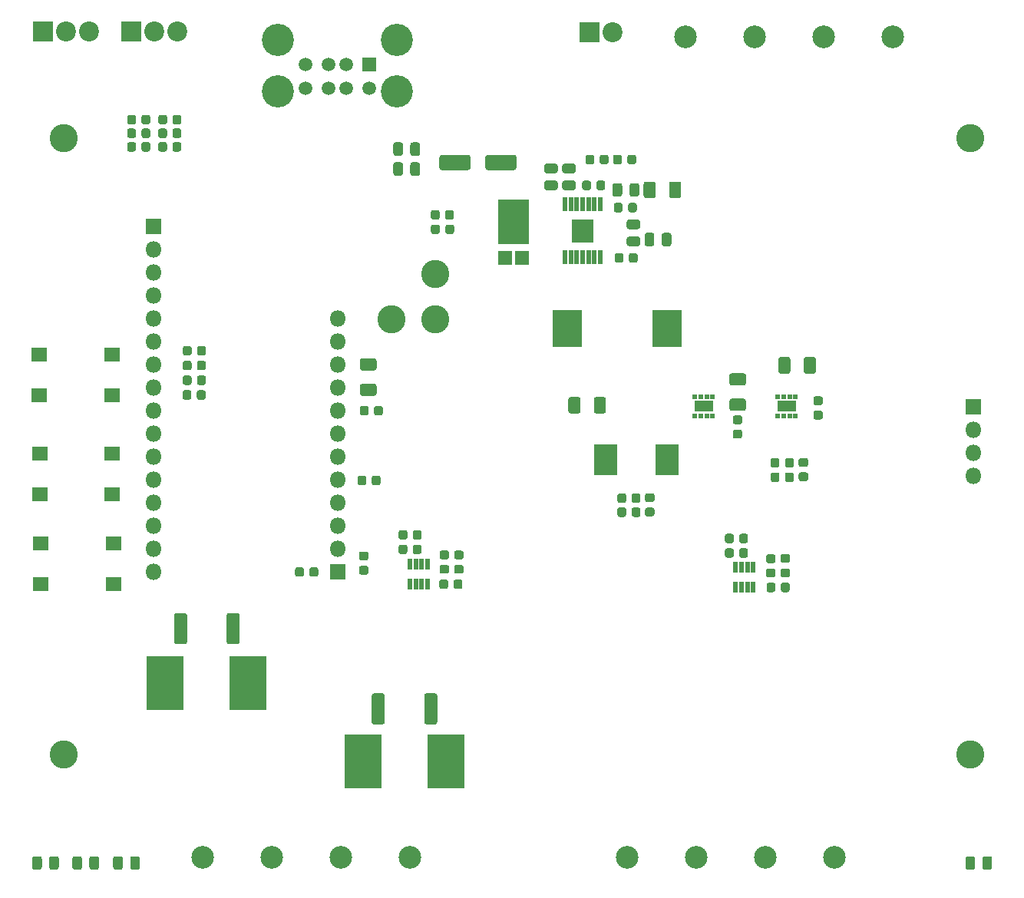
<source format=gbr>
%TF.GenerationSoftware,KiCad,Pcbnew,5.1.6-c6e7f7d~86~ubuntu18.04.1*%
%TF.CreationDate,2020-06-14T11:54:17-05:00*%
%TF.ProjectId,Hydroponics,48796472-6f70-46f6-9e69-63732e6b6963,rev?*%
%TF.SameCoordinates,Original*%
%TF.FileFunction,Soldermask,Top*%
%TF.FilePolarity,Negative*%
%FSLAX46Y46*%
G04 Gerber Fmt 4.6, Leading zero omitted, Abs format (unit mm)*
G04 Created by KiCad (PCBNEW 5.1.6-c6e7f7d~86~ubuntu18.04.1) date 2020-06-14 11:54:17*
%MOMM*%
%LPD*%
G01*
G04 APERTURE LIST*
%ADD10R,1.700000X1.500000*%
%ADD11O,1.800000X1.800000*%
%ADD12R,1.800000X1.800000*%
%ADD13R,4.040000X5.940000*%
%ADD14C,3.100000*%
%ADD15R,1.490000X1.500000*%
%ADD16R,3.460000X4.960000*%
%ADD17C,3.550000*%
%ADD18C,1.500000*%
%ADD19R,1.500000X1.500000*%
%ADD20C,2.200000*%
%ADD21R,2.200000X2.200000*%
%ADD22R,3.300000X4.100000*%
%ADD23R,2.100000X1.300000*%
%ADD24R,0.510000X0.610000*%
%ADD25R,2.600000X3.400000*%
%ADD26C,2.500000*%
%ADD27R,0.500000X1.160000*%
%ADD28R,2.410000X2.560000*%
%ADD29R,0.550000X1.575000*%
G04 APERTURE END LIST*
D10*
%TO.C,S2*%
X10327000Y-44402900D03*
X2327000Y-44402900D03*
X10327000Y-39902900D03*
X2327000Y-39902900D03*
%TD*%
D11*
%TO.C,J4*%
X35240000Y-35910000D03*
X35240000Y-38450000D03*
X35240000Y-40990000D03*
X35240000Y-43530000D03*
X35240000Y-46070000D03*
X35240000Y-48610000D03*
X35240000Y-51150000D03*
X35240000Y-53690000D03*
X35240000Y-56230000D03*
X35240000Y-58770000D03*
X35240000Y-61310000D03*
D12*
X35240000Y-63850000D03*
%TD*%
%TO.C,R38*%
G36*
G01*
X22975000Y-71606482D02*
X22975000Y-68693518D01*
G75*
G02*
X23243518Y-68425000I268518J0D01*
G01*
X24156482Y-68425000D01*
G75*
G02*
X24425000Y-68693518I0J-268518D01*
G01*
X24425000Y-71606482D01*
G75*
G02*
X24156482Y-71875000I-268518J0D01*
G01*
X23243518Y-71875000D01*
G75*
G02*
X22975000Y-71606482I0J268518D01*
G01*
G37*
G36*
G01*
X17175000Y-71606482D02*
X17175000Y-68693518D01*
G75*
G02*
X17443518Y-68425000I268518J0D01*
G01*
X18356482Y-68425000D01*
G75*
G02*
X18625000Y-68693518I0J-268518D01*
G01*
X18625000Y-71606482D01*
G75*
G02*
X18356482Y-71875000I-268518J0D01*
G01*
X17443518Y-71875000D01*
G75*
G02*
X17175000Y-71606482I0J268518D01*
G01*
G37*
%TD*%
D13*
%TO.C,R37*%
X25300000Y-76150000D03*
X16150000Y-76150000D03*
%TD*%
%TO.C,R29*%
X47150000Y-84750000D03*
X38000000Y-84750000D03*
%TD*%
D14*
%TO.C,TP3*%
X46000000Y-31000000D03*
%TD*%
%TO.C,TP2*%
X46000000Y-36000000D03*
%TD*%
%TO.C,TP1*%
X41200000Y-36000000D03*
%TD*%
D15*
%TO.C,D6*%
X55570000Y-29237000D03*
X53730000Y-29237000D03*
D16*
X54650000Y-25255000D03*
%TD*%
D17*
%TO.C,J6*%
X41780000Y-10850000D03*
X28640000Y-10850000D03*
X28640000Y-5170000D03*
X41780000Y-5170000D03*
D18*
X38710000Y-10500000D03*
X36210000Y-10500000D03*
X34210000Y-10500000D03*
X31710000Y-10500000D03*
X31710000Y-7880000D03*
X34210000Y-7880000D03*
X36210000Y-7880000D03*
D19*
X38710000Y-7880000D03*
%TD*%
D14*
%TO.C,H4*%
X105000000Y-84000000D03*
%TD*%
%TO.C,H3*%
X5000000Y-84000000D03*
%TD*%
%TO.C,H2*%
X105000000Y-16000000D03*
%TD*%
%TO.C,H1*%
X5000000Y-16000000D03*
%TD*%
%TO.C,R24*%
G36*
G01*
X16412500Y-16718750D02*
X16412500Y-17281250D01*
G75*
G02*
X16168750Y-17525000I-243750J0D01*
G01*
X15681250Y-17525000D01*
G75*
G02*
X15437500Y-17281250I0J243750D01*
G01*
X15437500Y-16718750D01*
G75*
G02*
X15681250Y-16475000I243750J0D01*
G01*
X16168750Y-16475000D01*
G75*
G02*
X16412500Y-16718750I0J-243750D01*
G01*
G37*
G36*
G01*
X17987500Y-16718750D02*
X17987500Y-17281250D01*
G75*
G02*
X17743750Y-17525000I-243750J0D01*
G01*
X17256250Y-17525000D01*
G75*
G02*
X17012500Y-17281250I0J243750D01*
G01*
X17012500Y-16718750D01*
G75*
G02*
X17256250Y-16475000I243750J0D01*
G01*
X17743750Y-16475000D01*
G75*
G02*
X17987500Y-16718750I0J-243750D01*
G01*
G37*
%TD*%
%TO.C,R23*%
G36*
G01*
X13587500Y-17281250D02*
X13587500Y-16718750D01*
G75*
G02*
X13831250Y-16475000I243750J0D01*
G01*
X14318750Y-16475000D01*
G75*
G02*
X14562500Y-16718750I0J-243750D01*
G01*
X14562500Y-17281250D01*
G75*
G02*
X14318750Y-17525000I-243750J0D01*
G01*
X13831250Y-17525000D01*
G75*
G02*
X13587500Y-17281250I0J243750D01*
G01*
G37*
G36*
G01*
X12012500Y-17281250D02*
X12012500Y-16718750D01*
G75*
G02*
X12256250Y-16475000I243750J0D01*
G01*
X12743750Y-16475000D01*
G75*
G02*
X12987500Y-16718750I0J-243750D01*
G01*
X12987500Y-17281250D01*
G75*
G02*
X12743750Y-17525000I-243750J0D01*
G01*
X12256250Y-17525000D01*
G75*
G02*
X12012500Y-17281250I0J243750D01*
G01*
G37*
%TD*%
%TO.C,R22*%
G36*
G01*
X16412500Y-15218750D02*
X16412500Y-15781250D01*
G75*
G02*
X16168750Y-16025000I-243750J0D01*
G01*
X15681250Y-16025000D01*
G75*
G02*
X15437500Y-15781250I0J243750D01*
G01*
X15437500Y-15218750D01*
G75*
G02*
X15681250Y-14975000I243750J0D01*
G01*
X16168750Y-14975000D01*
G75*
G02*
X16412500Y-15218750I0J-243750D01*
G01*
G37*
G36*
G01*
X17987500Y-15218750D02*
X17987500Y-15781250D01*
G75*
G02*
X17743750Y-16025000I-243750J0D01*
G01*
X17256250Y-16025000D01*
G75*
G02*
X17012500Y-15781250I0J243750D01*
G01*
X17012500Y-15218750D01*
G75*
G02*
X17256250Y-14975000I243750J0D01*
G01*
X17743750Y-14975000D01*
G75*
G02*
X17987500Y-15218750I0J-243750D01*
G01*
G37*
%TD*%
%TO.C,R21*%
G36*
G01*
X13587500Y-15781250D02*
X13587500Y-15218750D01*
G75*
G02*
X13831250Y-14975000I243750J0D01*
G01*
X14318750Y-14975000D01*
G75*
G02*
X14562500Y-15218750I0J-243750D01*
G01*
X14562500Y-15781250D01*
G75*
G02*
X14318750Y-16025000I-243750J0D01*
G01*
X13831250Y-16025000D01*
G75*
G02*
X13587500Y-15781250I0J243750D01*
G01*
G37*
G36*
G01*
X12012500Y-15781250D02*
X12012500Y-15218750D01*
G75*
G02*
X12256250Y-14975000I243750J0D01*
G01*
X12743750Y-14975000D01*
G75*
G02*
X12987500Y-15218750I0J-243750D01*
G01*
X12987500Y-15781250D01*
G75*
G02*
X12743750Y-16025000I-243750J0D01*
G01*
X12256250Y-16025000D01*
G75*
G02*
X12012500Y-15781250I0J243750D01*
G01*
G37*
%TD*%
%TO.C,R20*%
G36*
G01*
X16412500Y-13718750D02*
X16412500Y-14281250D01*
G75*
G02*
X16168750Y-14525000I-243750J0D01*
G01*
X15681250Y-14525000D01*
G75*
G02*
X15437500Y-14281250I0J243750D01*
G01*
X15437500Y-13718750D01*
G75*
G02*
X15681250Y-13475000I243750J0D01*
G01*
X16168750Y-13475000D01*
G75*
G02*
X16412500Y-13718750I0J-243750D01*
G01*
G37*
G36*
G01*
X17987500Y-13718750D02*
X17987500Y-14281250D01*
G75*
G02*
X17743750Y-14525000I-243750J0D01*
G01*
X17256250Y-14525000D01*
G75*
G02*
X17012500Y-14281250I0J243750D01*
G01*
X17012500Y-13718750D01*
G75*
G02*
X17256250Y-13475000I243750J0D01*
G01*
X17743750Y-13475000D01*
G75*
G02*
X17987500Y-13718750I0J-243750D01*
G01*
G37*
%TD*%
%TO.C,R19*%
G36*
G01*
X13587500Y-14281250D02*
X13587500Y-13718750D01*
G75*
G02*
X13831250Y-13475000I243750J0D01*
G01*
X14318750Y-13475000D01*
G75*
G02*
X14562500Y-13718750I0J-243750D01*
G01*
X14562500Y-14281250D01*
G75*
G02*
X14318750Y-14525000I-243750J0D01*
G01*
X13831250Y-14525000D01*
G75*
G02*
X13587500Y-14281250I0J243750D01*
G01*
G37*
G36*
G01*
X12012500Y-14281250D02*
X12012500Y-13718750D01*
G75*
G02*
X12256250Y-13475000I243750J0D01*
G01*
X12743750Y-13475000D01*
G75*
G02*
X12987500Y-13718750I0J-243750D01*
G01*
X12987500Y-14281250D01*
G75*
G02*
X12743750Y-14525000I-243750J0D01*
G01*
X12256250Y-14525000D01*
G75*
G02*
X12012500Y-14281250I0J243750D01*
G01*
G37*
%TD*%
D20*
%TO.C,J9*%
X17580000Y-4250000D03*
X15040000Y-4250000D03*
D21*
X12500000Y-4250000D03*
%TD*%
%TO.C,C7*%
G36*
G01*
X49875000Y-18140625D02*
X49875000Y-19309375D01*
G75*
G02*
X49609375Y-19575000I-265625J0D01*
G01*
X46715625Y-19575000D01*
G75*
G02*
X46450000Y-19309375I0J265625D01*
G01*
X46450000Y-18140625D01*
G75*
G02*
X46715625Y-17875000I265625J0D01*
G01*
X49609375Y-17875000D01*
G75*
G02*
X49875000Y-18140625I0J-265625D01*
G01*
G37*
G36*
G01*
X54950000Y-18140625D02*
X54950000Y-19309375D01*
G75*
G02*
X54684375Y-19575000I-265625J0D01*
G01*
X51790625Y-19575000D01*
G75*
G02*
X51525000Y-19309375I0J265625D01*
G01*
X51525000Y-18140625D01*
G75*
G02*
X51790625Y-17875000I265625J0D01*
G01*
X54684375Y-17875000D01*
G75*
G02*
X54950000Y-18140625I0J-265625D01*
G01*
G37*
%TD*%
D22*
%TO.C,L1*%
X60575000Y-37075000D03*
X71575000Y-37075000D03*
%TD*%
%TO.C,R36*%
G36*
G01*
X47100000Y-26381250D02*
X47100000Y-25818750D01*
G75*
G02*
X47343750Y-25575000I243750J0D01*
G01*
X47831250Y-25575000D01*
G75*
G02*
X48075000Y-25818750I0J-243750D01*
G01*
X48075000Y-26381250D01*
G75*
G02*
X47831250Y-26625000I-243750J0D01*
G01*
X47343750Y-26625000D01*
G75*
G02*
X47100000Y-26381250I0J243750D01*
G01*
G37*
G36*
G01*
X45525000Y-26381250D02*
X45525000Y-25818750D01*
G75*
G02*
X45768750Y-25575000I243750J0D01*
G01*
X46256250Y-25575000D01*
G75*
G02*
X46500000Y-25818750I0J-243750D01*
G01*
X46500000Y-26381250D01*
G75*
G02*
X46256250Y-26625000I-243750J0D01*
G01*
X45768750Y-26625000D01*
G75*
G02*
X45525000Y-26381250I0J243750D01*
G01*
G37*
%TD*%
%TO.C,R35*%
G36*
G01*
X47087500Y-24781250D02*
X47087500Y-24218750D01*
G75*
G02*
X47331250Y-23975000I243750J0D01*
G01*
X47818750Y-23975000D01*
G75*
G02*
X48062500Y-24218750I0J-243750D01*
G01*
X48062500Y-24781250D01*
G75*
G02*
X47818750Y-25025000I-243750J0D01*
G01*
X47331250Y-25025000D01*
G75*
G02*
X47087500Y-24781250I0J243750D01*
G01*
G37*
G36*
G01*
X45512500Y-24781250D02*
X45512500Y-24218750D01*
G75*
G02*
X45756250Y-23975000I243750J0D01*
G01*
X46243750Y-23975000D01*
G75*
G02*
X46487500Y-24218750I0J-243750D01*
G01*
X46487500Y-24781250D01*
G75*
G02*
X46243750Y-25025000I-243750J0D01*
G01*
X45756250Y-25025000D01*
G75*
G02*
X45512500Y-24781250I0J243750D01*
G01*
G37*
%TD*%
D20*
%TO.C,J10*%
X65540000Y-4350000D03*
D21*
X63000000Y-4350000D03*
%TD*%
%TO.C,D8*%
G36*
G01*
X43237500Y-17731250D02*
X43237500Y-16768750D01*
G75*
G02*
X43506250Y-16500000I268750J0D01*
G01*
X44043750Y-16500000D01*
G75*
G02*
X44312500Y-16768750I0J-268750D01*
G01*
X44312500Y-17731250D01*
G75*
G02*
X44043750Y-18000000I-268750J0D01*
G01*
X43506250Y-18000000D01*
G75*
G02*
X43237500Y-17731250I0J268750D01*
G01*
G37*
G36*
G01*
X41362500Y-17731250D02*
X41362500Y-16768750D01*
G75*
G02*
X41631250Y-16500000I268750J0D01*
G01*
X42168750Y-16500000D01*
G75*
G02*
X42437500Y-16768750I0J-268750D01*
G01*
X42437500Y-17731250D01*
G75*
G02*
X42168750Y-18000000I-268750J0D01*
G01*
X41631250Y-18000000D01*
G75*
G02*
X41362500Y-17731250I0J268750D01*
G01*
G37*
%TD*%
%TO.C,D7*%
G36*
G01*
X43237500Y-19931250D02*
X43237500Y-18968750D01*
G75*
G02*
X43506250Y-18700000I268750J0D01*
G01*
X44043750Y-18700000D01*
G75*
G02*
X44312500Y-18968750I0J-268750D01*
G01*
X44312500Y-19931250D01*
G75*
G02*
X44043750Y-20200000I-268750J0D01*
G01*
X43506250Y-20200000D01*
G75*
G02*
X43237500Y-19931250I0J268750D01*
G01*
G37*
G36*
G01*
X41362500Y-19931250D02*
X41362500Y-18968750D01*
G75*
G02*
X41631250Y-18700000I268750J0D01*
G01*
X42168750Y-18700000D01*
G75*
G02*
X42437500Y-18968750I0J-268750D01*
G01*
X42437500Y-19931250D01*
G75*
G02*
X42168750Y-20200000I-268750J0D01*
G01*
X41631250Y-20200000D01*
G75*
G02*
X41362500Y-19931250I0J268750D01*
G01*
G37*
%TD*%
D10*
%TO.C,S3*%
X2479400Y-60729100D03*
X10479400Y-60729100D03*
X2479400Y-65229100D03*
X10479400Y-65229100D03*
%TD*%
%TO.C,S1*%
X2377800Y-50864100D03*
X10377800Y-50864100D03*
X2377800Y-55364100D03*
X10377800Y-55364100D03*
%TD*%
%TO.C,R13*%
G36*
G01*
X19716400Y-43025250D02*
X19716400Y-42462750D01*
G75*
G02*
X19960150Y-42219000I243750J0D01*
G01*
X20447650Y-42219000D01*
G75*
G02*
X20691400Y-42462750I0J-243750D01*
G01*
X20691400Y-43025250D01*
G75*
G02*
X20447650Y-43269000I-243750J0D01*
G01*
X19960150Y-43269000D01*
G75*
G02*
X19716400Y-43025250I0J243750D01*
G01*
G37*
G36*
G01*
X18141400Y-43025250D02*
X18141400Y-42462750D01*
G75*
G02*
X18385150Y-42219000I243750J0D01*
G01*
X18872650Y-42219000D01*
G75*
G02*
X19116400Y-42462750I0J-243750D01*
G01*
X19116400Y-43025250D01*
G75*
G02*
X18872650Y-43269000I-243750J0D01*
G01*
X18385150Y-43269000D01*
G75*
G02*
X18141400Y-43025250I0J243750D01*
G01*
G37*
%TD*%
%TO.C,R11*%
G36*
G01*
X19690900Y-44650850D02*
X19690900Y-44088350D01*
G75*
G02*
X19934650Y-43844600I243750J0D01*
G01*
X20422150Y-43844600D01*
G75*
G02*
X20665900Y-44088350I0J-243750D01*
G01*
X20665900Y-44650850D01*
G75*
G02*
X20422150Y-44894600I-243750J0D01*
G01*
X19934650Y-44894600D01*
G75*
G02*
X19690900Y-44650850I0J243750D01*
G01*
G37*
G36*
G01*
X18115900Y-44650850D02*
X18115900Y-44088350D01*
G75*
G02*
X18359650Y-43844600I243750J0D01*
G01*
X18847150Y-43844600D01*
G75*
G02*
X19090900Y-44088350I0J-243750D01*
G01*
X19090900Y-44650850D01*
G75*
G02*
X18847150Y-44894600I-243750J0D01*
G01*
X18359650Y-44894600D01*
G75*
G02*
X18115900Y-44650850I0J243750D01*
G01*
G37*
%TD*%
%TO.C,R10*%
G36*
G01*
X19716400Y-41399650D02*
X19716400Y-40837150D01*
G75*
G02*
X19960150Y-40593400I243750J0D01*
G01*
X20447650Y-40593400D01*
G75*
G02*
X20691400Y-40837150I0J-243750D01*
G01*
X20691400Y-41399650D01*
G75*
G02*
X20447650Y-41643400I-243750J0D01*
G01*
X19960150Y-41643400D01*
G75*
G02*
X19716400Y-41399650I0J243750D01*
G01*
G37*
G36*
G01*
X18141400Y-41399650D02*
X18141400Y-40837150D01*
G75*
G02*
X18385150Y-40593400I243750J0D01*
G01*
X18872650Y-40593400D01*
G75*
G02*
X19116400Y-40837150I0J-243750D01*
G01*
X19116400Y-41399650D01*
G75*
G02*
X18872650Y-41643400I-243750J0D01*
G01*
X18385150Y-41643400D01*
G75*
G02*
X18141400Y-41399650I0J243750D01*
G01*
G37*
%TD*%
%TO.C,R8*%
G36*
G01*
X19716400Y-39774050D02*
X19716400Y-39211550D01*
G75*
G02*
X19960150Y-38967800I243750J0D01*
G01*
X20447650Y-38967800D01*
G75*
G02*
X20691400Y-39211550I0J-243750D01*
G01*
X20691400Y-39774050D01*
G75*
G02*
X20447650Y-40017800I-243750J0D01*
G01*
X19960150Y-40017800D01*
G75*
G02*
X19716400Y-39774050I0J243750D01*
G01*
G37*
G36*
G01*
X18141400Y-39774050D02*
X18141400Y-39211550D01*
G75*
G02*
X18385150Y-38967800I243750J0D01*
G01*
X18872650Y-38967800D01*
G75*
G02*
X19116400Y-39211550I0J-243750D01*
G01*
X19116400Y-39774050D01*
G75*
G02*
X18872650Y-40017800I-243750J0D01*
G01*
X18385150Y-40017800D01*
G75*
G02*
X18141400Y-39774050I0J243750D01*
G01*
G37*
%TD*%
%TO.C,D5*%
G36*
G01*
X12337500Y-96481250D02*
X12337500Y-95518750D01*
G75*
G02*
X12606250Y-95250000I268750J0D01*
G01*
X13143750Y-95250000D01*
G75*
G02*
X13412500Y-95518750I0J-268750D01*
G01*
X13412500Y-96481250D01*
G75*
G02*
X13143750Y-96750000I-268750J0D01*
G01*
X12606250Y-96750000D01*
G75*
G02*
X12337500Y-96481250I0J268750D01*
G01*
G37*
G36*
G01*
X10462500Y-96481250D02*
X10462500Y-95518750D01*
G75*
G02*
X10731250Y-95250000I268750J0D01*
G01*
X11268750Y-95250000D01*
G75*
G02*
X11537500Y-95518750I0J-268750D01*
G01*
X11537500Y-96481250D01*
G75*
G02*
X11268750Y-96750000I-268750J0D01*
G01*
X10731250Y-96750000D01*
G75*
G02*
X10462500Y-96481250I0J268750D01*
G01*
G37*
%TD*%
%TO.C,D4*%
G36*
G01*
X106337500Y-96481250D02*
X106337500Y-95518750D01*
G75*
G02*
X106606250Y-95250000I268750J0D01*
G01*
X107143750Y-95250000D01*
G75*
G02*
X107412500Y-95518750I0J-268750D01*
G01*
X107412500Y-96481250D01*
G75*
G02*
X107143750Y-96750000I-268750J0D01*
G01*
X106606250Y-96750000D01*
G75*
G02*
X106337500Y-96481250I0J268750D01*
G01*
G37*
G36*
G01*
X104462500Y-96481250D02*
X104462500Y-95518750D01*
G75*
G02*
X104731250Y-95250000I268750J0D01*
G01*
X105268750Y-95250000D01*
G75*
G02*
X105537500Y-95518750I0J-268750D01*
G01*
X105537500Y-96481250D01*
G75*
G02*
X105268750Y-96750000I-268750J0D01*
G01*
X104731250Y-96750000D01*
G75*
G02*
X104462500Y-96481250I0J268750D01*
G01*
G37*
%TD*%
%TO.C,D3*%
G36*
G01*
X7837500Y-96481250D02*
X7837500Y-95518750D01*
G75*
G02*
X8106250Y-95250000I268750J0D01*
G01*
X8643750Y-95250000D01*
G75*
G02*
X8912500Y-95518750I0J-268750D01*
G01*
X8912500Y-96481250D01*
G75*
G02*
X8643750Y-96750000I-268750J0D01*
G01*
X8106250Y-96750000D01*
G75*
G02*
X7837500Y-96481250I0J268750D01*
G01*
G37*
G36*
G01*
X5962500Y-96481250D02*
X5962500Y-95518750D01*
G75*
G02*
X6231250Y-95250000I268750J0D01*
G01*
X6768750Y-95250000D01*
G75*
G02*
X7037500Y-95518750I0J-268750D01*
G01*
X7037500Y-96481250D01*
G75*
G02*
X6768750Y-96750000I-268750J0D01*
G01*
X6231250Y-96750000D01*
G75*
G02*
X5962500Y-96481250I0J268750D01*
G01*
G37*
%TD*%
%TO.C,D2*%
G36*
G01*
X3400000Y-96481250D02*
X3400000Y-95518750D01*
G75*
G02*
X3668750Y-95250000I268750J0D01*
G01*
X4206250Y-95250000D01*
G75*
G02*
X4475000Y-95518750I0J-268750D01*
G01*
X4475000Y-96481250D01*
G75*
G02*
X4206250Y-96750000I-268750J0D01*
G01*
X3668750Y-96750000D01*
G75*
G02*
X3400000Y-96481250I0J268750D01*
G01*
G37*
G36*
G01*
X1525000Y-96481250D02*
X1525000Y-95518750D01*
G75*
G02*
X1793750Y-95250000I268750J0D01*
G01*
X2331250Y-95250000D01*
G75*
G02*
X2600000Y-95518750I0J-268750D01*
G01*
X2600000Y-96481250D01*
G75*
G02*
X2331250Y-96750000I-268750J0D01*
G01*
X1793750Y-96750000D01*
G75*
G02*
X1525000Y-96481250I0J268750D01*
G01*
G37*
%TD*%
D23*
%TO.C,IC2*%
X75600000Y-45600000D03*
D24*
X76575000Y-46650000D03*
X75925000Y-46650000D03*
X75275000Y-46650000D03*
X74625000Y-46650000D03*
X74625000Y-44550000D03*
X75275000Y-44550000D03*
X75925000Y-44550000D03*
X76575000Y-44550000D03*
%TD*%
D23*
%TO.C,IC1*%
X84750000Y-45600000D03*
D24*
X85725000Y-46650000D03*
X85075000Y-46650000D03*
X84425000Y-46650000D03*
X83775000Y-46650000D03*
X83775000Y-44550000D03*
X84425000Y-44550000D03*
X85075000Y-44550000D03*
X85725000Y-44550000D03*
%TD*%
D25*
%TO.C,D1*%
X71550000Y-51550000D03*
X64750000Y-51550000D03*
%TD*%
D11*
%TO.C,U1*%
X105370000Y-53285000D03*
X105370000Y-50745000D03*
X105370000Y-48205000D03*
D12*
X105370000Y-45665000D03*
%TD*%
D26*
%TO.C,J2*%
X96450000Y-4850000D03*
X88830000Y-4850000D03*
X81210000Y-4850000D03*
X73590000Y-4850000D03*
%TD*%
D20*
%TO.C,J8*%
X7830000Y-4250000D03*
X5290000Y-4250000D03*
D21*
X2750000Y-4250000D03*
%TD*%
D26*
%TO.C,J1*%
X43180000Y-95340000D03*
X35560000Y-95340000D03*
X27940000Y-95340000D03*
X20320000Y-95340000D03*
%TD*%
%TO.C,J5*%
X67120000Y-95340000D03*
X74740000Y-95340000D03*
X82360000Y-95340000D03*
X89980000Y-95340000D03*
%TD*%
%TO.C,R18*%
G36*
G01*
X66575000Y-18118750D02*
X66575000Y-18681250D01*
G75*
G02*
X66331250Y-18925000I-243750J0D01*
G01*
X65843750Y-18925000D01*
G75*
G02*
X65600000Y-18681250I0J243750D01*
G01*
X65600000Y-18118750D01*
G75*
G02*
X65843750Y-17875000I243750J0D01*
G01*
X66331250Y-17875000D01*
G75*
G02*
X66575000Y-18118750I0J-243750D01*
G01*
G37*
G36*
G01*
X68150000Y-18118750D02*
X68150000Y-18681250D01*
G75*
G02*
X67906250Y-18925000I-243750J0D01*
G01*
X67418750Y-18925000D01*
G75*
G02*
X67175000Y-18681250I0J243750D01*
G01*
X67175000Y-18118750D01*
G75*
G02*
X67418750Y-17875000I243750J0D01*
G01*
X67906250Y-17875000D01*
G75*
G02*
X68150000Y-18118750I0J-243750D01*
G01*
G37*
%TD*%
%TO.C,R14*%
G36*
G01*
X63537500Y-18118750D02*
X63537500Y-18681250D01*
G75*
G02*
X63293750Y-18925000I-243750J0D01*
G01*
X62806250Y-18925000D01*
G75*
G02*
X62562500Y-18681250I0J243750D01*
G01*
X62562500Y-18118750D01*
G75*
G02*
X62806250Y-17875000I243750J0D01*
G01*
X63293750Y-17875000D01*
G75*
G02*
X63537500Y-18118750I0J-243750D01*
G01*
G37*
G36*
G01*
X65112500Y-18118750D02*
X65112500Y-18681250D01*
G75*
G02*
X64868750Y-18925000I-243750J0D01*
G01*
X64381250Y-18925000D01*
G75*
G02*
X64137500Y-18681250I0J243750D01*
G01*
X64137500Y-18118750D01*
G75*
G02*
X64381250Y-17875000I243750J0D01*
G01*
X64868750Y-17875000D01*
G75*
G02*
X65112500Y-18118750I0J-243750D01*
G01*
G37*
%TD*%
%TO.C,R15*%
G36*
G01*
X63162500Y-20968750D02*
X63162500Y-21531250D01*
G75*
G02*
X62918750Y-21775000I-243750J0D01*
G01*
X62431250Y-21775000D01*
G75*
G02*
X62187500Y-21531250I0J243750D01*
G01*
X62187500Y-20968750D01*
G75*
G02*
X62431250Y-20725000I243750J0D01*
G01*
X62918750Y-20725000D01*
G75*
G02*
X63162500Y-20968750I0J-243750D01*
G01*
G37*
G36*
G01*
X64737500Y-20968750D02*
X64737500Y-21531250D01*
G75*
G02*
X64493750Y-21775000I-243750J0D01*
G01*
X64006250Y-21775000D01*
G75*
G02*
X63762500Y-21531250I0J243750D01*
G01*
X63762500Y-20968750D01*
G75*
G02*
X64006250Y-20725000I243750J0D01*
G01*
X64493750Y-20725000D01*
G75*
G02*
X64737500Y-20968750I0J-243750D01*
G01*
G37*
%TD*%
%TO.C,R16*%
G36*
G01*
X66662500Y-23418750D02*
X66662500Y-23981250D01*
G75*
G02*
X66418750Y-24225000I-243750J0D01*
G01*
X65931250Y-24225000D01*
G75*
G02*
X65687500Y-23981250I0J243750D01*
G01*
X65687500Y-23418750D01*
G75*
G02*
X65931250Y-23175000I243750J0D01*
G01*
X66418750Y-23175000D01*
G75*
G02*
X66662500Y-23418750I0J-243750D01*
G01*
G37*
G36*
G01*
X68237500Y-23418750D02*
X68237500Y-23981250D01*
G75*
G02*
X67993750Y-24225000I-243750J0D01*
G01*
X67506250Y-24225000D01*
G75*
G02*
X67262500Y-23981250I0J243750D01*
G01*
X67262500Y-23418750D01*
G75*
G02*
X67506250Y-23175000I243750J0D01*
G01*
X67993750Y-23175000D01*
G75*
G02*
X68237500Y-23418750I0J-243750D01*
G01*
G37*
%TD*%
%TO.C,R12*%
G36*
G01*
X69368750Y-56787500D02*
X69931250Y-56787500D01*
G75*
G02*
X70175000Y-57031250I0J-243750D01*
G01*
X70175000Y-57518750D01*
G75*
G02*
X69931250Y-57762500I-243750J0D01*
G01*
X69368750Y-57762500D01*
G75*
G02*
X69125000Y-57518750I0J243750D01*
G01*
X69125000Y-57031250D01*
G75*
G02*
X69368750Y-56787500I243750J0D01*
G01*
G37*
G36*
G01*
X69368750Y-55212500D02*
X69931250Y-55212500D01*
G75*
G02*
X70175000Y-55456250I0J-243750D01*
G01*
X70175000Y-55943750D01*
G75*
G02*
X69931250Y-56187500I-243750J0D01*
G01*
X69368750Y-56187500D01*
G75*
G02*
X69125000Y-55943750I0J243750D01*
G01*
X69125000Y-55456250D01*
G75*
G02*
X69368750Y-55212500I243750J0D01*
G01*
G37*
%TD*%
%TO.C,R7*%
G36*
G01*
X67662500Y-56031250D02*
X67662500Y-55468750D01*
G75*
G02*
X67906250Y-55225000I243750J0D01*
G01*
X68393750Y-55225000D01*
G75*
G02*
X68637500Y-55468750I0J-243750D01*
G01*
X68637500Y-56031250D01*
G75*
G02*
X68393750Y-56275000I-243750J0D01*
G01*
X67906250Y-56275000D01*
G75*
G02*
X67662500Y-56031250I0J243750D01*
G01*
G37*
G36*
G01*
X66087500Y-56031250D02*
X66087500Y-55468750D01*
G75*
G02*
X66331250Y-55225000I243750J0D01*
G01*
X66818750Y-55225000D01*
G75*
G02*
X67062500Y-55468750I0J-243750D01*
G01*
X67062500Y-56031250D01*
G75*
G02*
X66818750Y-56275000I-243750J0D01*
G01*
X66331250Y-56275000D01*
G75*
G02*
X66087500Y-56031250I0J243750D01*
G01*
G37*
%TD*%
%TO.C,R6*%
G36*
G01*
X67050000Y-57018750D02*
X67050000Y-57581250D01*
G75*
G02*
X66806250Y-57825000I-243750J0D01*
G01*
X66318750Y-57825000D01*
G75*
G02*
X66075000Y-57581250I0J243750D01*
G01*
X66075000Y-57018750D01*
G75*
G02*
X66318750Y-56775000I243750J0D01*
G01*
X66806250Y-56775000D01*
G75*
G02*
X67050000Y-57018750I0J-243750D01*
G01*
G37*
G36*
G01*
X68625000Y-57018750D02*
X68625000Y-57581250D01*
G75*
G02*
X68381250Y-57825000I-243750J0D01*
G01*
X67893750Y-57825000D01*
G75*
G02*
X67650000Y-57581250I0J243750D01*
G01*
X67650000Y-57018750D01*
G75*
G02*
X67893750Y-56775000I243750J0D01*
G01*
X68381250Y-56775000D01*
G75*
G02*
X68625000Y-57018750I0J-243750D01*
G01*
G37*
%TD*%
%TO.C,R17*%
G36*
G01*
X38637500Y-45818750D02*
X38637500Y-46381250D01*
G75*
G02*
X38393750Y-46625000I-243750J0D01*
G01*
X37906250Y-46625000D01*
G75*
G02*
X37662500Y-46381250I0J243750D01*
G01*
X37662500Y-45818750D01*
G75*
G02*
X37906250Y-45575000I243750J0D01*
G01*
X38393750Y-45575000D01*
G75*
G02*
X38637500Y-45818750I0J-243750D01*
G01*
G37*
G36*
G01*
X40212500Y-45818750D02*
X40212500Y-46381250D01*
G75*
G02*
X39968750Y-46625000I-243750J0D01*
G01*
X39481250Y-46625000D01*
G75*
G02*
X39237500Y-46381250I0J243750D01*
G01*
X39237500Y-45818750D01*
G75*
G02*
X39481250Y-45575000I243750J0D01*
G01*
X39968750Y-45575000D01*
G75*
G02*
X40212500Y-45818750I0J-243750D01*
G01*
G37*
%TD*%
%TO.C,R9*%
G36*
G01*
X38387500Y-53518750D02*
X38387500Y-54081250D01*
G75*
G02*
X38143750Y-54325000I-243750J0D01*
G01*
X37656250Y-54325000D01*
G75*
G02*
X37412500Y-54081250I0J243750D01*
G01*
X37412500Y-53518750D01*
G75*
G02*
X37656250Y-53275000I243750J0D01*
G01*
X38143750Y-53275000D01*
G75*
G02*
X38387500Y-53518750I0J-243750D01*
G01*
G37*
G36*
G01*
X39962500Y-53518750D02*
X39962500Y-54081250D01*
G75*
G02*
X39718750Y-54325000I-243750J0D01*
G01*
X39231250Y-54325000D01*
G75*
G02*
X38987500Y-54081250I0J243750D01*
G01*
X38987500Y-53518750D01*
G75*
G02*
X39231250Y-53275000I243750J0D01*
G01*
X39718750Y-53275000D01*
G75*
G02*
X39962500Y-53518750I0J-243750D01*
G01*
G37*
%TD*%
%TO.C,C9*%
G36*
G01*
X60268750Y-20712500D02*
X61231250Y-20712500D01*
G75*
G02*
X61500000Y-20981250I0J-268750D01*
G01*
X61500000Y-21518750D01*
G75*
G02*
X61231250Y-21787500I-268750J0D01*
G01*
X60268750Y-21787500D01*
G75*
G02*
X60000000Y-21518750I0J268750D01*
G01*
X60000000Y-20981250D01*
G75*
G02*
X60268750Y-20712500I268750J0D01*
G01*
G37*
G36*
G01*
X60268750Y-18837500D02*
X61231250Y-18837500D01*
G75*
G02*
X61500000Y-19106250I0J-268750D01*
G01*
X61500000Y-19643750D01*
G75*
G02*
X61231250Y-19912500I-268750J0D01*
G01*
X60268750Y-19912500D01*
G75*
G02*
X60000000Y-19643750I0J268750D01*
G01*
X60000000Y-19106250D01*
G75*
G02*
X60268750Y-18837500I268750J0D01*
G01*
G37*
%TD*%
%TO.C,C8*%
G36*
G01*
X58268750Y-20712500D02*
X59231250Y-20712500D01*
G75*
G02*
X59500000Y-20981250I0J-268750D01*
G01*
X59500000Y-21518750D01*
G75*
G02*
X59231250Y-21787500I-268750J0D01*
G01*
X58268750Y-21787500D01*
G75*
G02*
X58000000Y-21518750I0J268750D01*
G01*
X58000000Y-20981250D01*
G75*
G02*
X58268750Y-20712500I268750J0D01*
G01*
G37*
G36*
G01*
X58268750Y-18837500D02*
X59231250Y-18837500D01*
G75*
G02*
X59500000Y-19106250I0J-268750D01*
G01*
X59500000Y-19643750D01*
G75*
G02*
X59231250Y-19912500I-268750J0D01*
G01*
X58268750Y-19912500D01*
G75*
G02*
X58000000Y-19643750I0J268750D01*
G01*
X58000000Y-19106250D01*
G75*
G02*
X58268750Y-18837500I268750J0D01*
G01*
G37*
%TD*%
%TO.C,C14*%
G36*
G01*
X67368750Y-26887500D02*
X68331250Y-26887500D01*
G75*
G02*
X68600000Y-27156250I0J-268750D01*
G01*
X68600000Y-27693750D01*
G75*
G02*
X68331250Y-27962500I-268750J0D01*
G01*
X67368750Y-27962500D01*
G75*
G02*
X67100000Y-27693750I0J268750D01*
G01*
X67100000Y-27156250D01*
G75*
G02*
X67368750Y-26887500I268750J0D01*
G01*
G37*
G36*
G01*
X67368750Y-25012500D02*
X68331250Y-25012500D01*
G75*
G02*
X68600000Y-25281250I0J-268750D01*
G01*
X68600000Y-25818750D01*
G75*
G02*
X68331250Y-26087500I-268750J0D01*
G01*
X67368750Y-26087500D01*
G75*
G02*
X67100000Y-25818750I0J268750D01*
G01*
X67100000Y-25281250D01*
G75*
G02*
X67368750Y-25012500I268750J0D01*
G01*
G37*
%TD*%
%TO.C,C13*%
G36*
G01*
X67412500Y-22231250D02*
X67412500Y-21268750D01*
G75*
G02*
X67681250Y-21000000I268750J0D01*
G01*
X68218750Y-21000000D01*
G75*
G02*
X68487500Y-21268750I0J-268750D01*
G01*
X68487500Y-22231250D01*
G75*
G02*
X68218750Y-22500000I-268750J0D01*
G01*
X67681250Y-22500000D01*
G75*
G02*
X67412500Y-22231250I0J268750D01*
G01*
G37*
G36*
G01*
X65537500Y-22231250D02*
X65537500Y-21268750D01*
G75*
G02*
X65806250Y-21000000I268750J0D01*
G01*
X66343750Y-21000000D01*
G75*
G02*
X66612500Y-21268750I0J-268750D01*
G01*
X66612500Y-22231250D01*
G75*
G02*
X66343750Y-22500000I-268750J0D01*
G01*
X65806250Y-22500000D01*
G75*
G02*
X65537500Y-22231250I0J268750D01*
G01*
G37*
%TD*%
%TO.C,C4*%
G36*
G01*
X63475000Y-46155000D02*
X63475000Y-44845000D01*
G75*
G02*
X63745000Y-44575000I270000J0D01*
G01*
X64555000Y-44575000D01*
G75*
G02*
X64825000Y-44845000I0J-270000D01*
G01*
X64825000Y-46155000D01*
G75*
G02*
X64555000Y-46425000I-270000J0D01*
G01*
X63745000Y-46425000D01*
G75*
G02*
X63475000Y-46155000I0J270000D01*
G01*
G37*
G36*
G01*
X60675000Y-46155000D02*
X60675000Y-44845000D01*
G75*
G02*
X60945000Y-44575000I270000J0D01*
G01*
X61755000Y-44575000D01*
G75*
G02*
X62025000Y-44845000I0J-270000D01*
G01*
X62025000Y-46155000D01*
G75*
G02*
X61755000Y-46425000I-270000J0D01*
G01*
X60945000Y-46425000D01*
G75*
G02*
X60675000Y-46155000I0J270000D01*
G01*
G37*
%TD*%
%TO.C,C5*%
G36*
G01*
X79606250Y-47600000D02*
X79043750Y-47600000D01*
G75*
G02*
X78800000Y-47356250I0J243750D01*
G01*
X78800000Y-46868750D01*
G75*
G02*
X79043750Y-46625000I243750J0D01*
G01*
X79606250Y-46625000D01*
G75*
G02*
X79850000Y-46868750I0J-243750D01*
G01*
X79850000Y-47356250D01*
G75*
G02*
X79606250Y-47600000I-243750J0D01*
G01*
G37*
G36*
G01*
X79606250Y-49175000D02*
X79043750Y-49175000D01*
G75*
G02*
X78800000Y-48931250I0J243750D01*
G01*
X78800000Y-48443750D01*
G75*
G02*
X79043750Y-48200000I243750J0D01*
G01*
X79606250Y-48200000D01*
G75*
G02*
X79850000Y-48443750I0J-243750D01*
G01*
X79850000Y-48931250D01*
G75*
G02*
X79606250Y-49175000I-243750J0D01*
G01*
G37*
%TD*%
%TO.C,C12*%
G36*
G01*
X67337500Y-29531250D02*
X67337500Y-28968750D01*
G75*
G02*
X67581250Y-28725000I243750J0D01*
G01*
X68068750Y-28725000D01*
G75*
G02*
X68312500Y-28968750I0J-243750D01*
G01*
X68312500Y-29531250D01*
G75*
G02*
X68068750Y-29775000I-243750J0D01*
G01*
X67581250Y-29775000D01*
G75*
G02*
X67337500Y-29531250I0J243750D01*
G01*
G37*
G36*
G01*
X65762500Y-29531250D02*
X65762500Y-28968750D01*
G75*
G02*
X66006250Y-28725000I243750J0D01*
G01*
X66493750Y-28725000D01*
G75*
G02*
X66737500Y-28968750I0J-243750D01*
G01*
X66737500Y-29531250D01*
G75*
G02*
X66493750Y-29775000I-243750J0D01*
G01*
X66006250Y-29775000D01*
G75*
G02*
X65762500Y-29531250I0J243750D01*
G01*
G37*
%TD*%
%TO.C,C11*%
G36*
G01*
X70162500Y-26743750D02*
X70162500Y-27706250D01*
G75*
G02*
X69893750Y-27975000I-268750J0D01*
G01*
X69356250Y-27975000D01*
G75*
G02*
X69087500Y-27706250I0J268750D01*
G01*
X69087500Y-26743750D01*
G75*
G02*
X69356250Y-26475000I268750J0D01*
G01*
X69893750Y-26475000D01*
G75*
G02*
X70162500Y-26743750I0J-268750D01*
G01*
G37*
G36*
G01*
X72037500Y-26743750D02*
X72037500Y-27706250D01*
G75*
G02*
X71768750Y-27975000I-268750J0D01*
G01*
X71231250Y-27975000D01*
G75*
G02*
X70962500Y-27706250I0J268750D01*
G01*
X70962500Y-26743750D01*
G75*
G02*
X71231250Y-26475000I268750J0D01*
G01*
X71768750Y-26475000D01*
G75*
G02*
X72037500Y-26743750I0J-268750D01*
G01*
G37*
%TD*%
%TO.C,C10*%
G36*
G01*
X70325000Y-21095000D02*
X70325000Y-22405000D01*
G75*
G02*
X70055000Y-22675000I-270000J0D01*
G01*
X69245000Y-22675000D01*
G75*
G02*
X68975000Y-22405000I0J270000D01*
G01*
X68975000Y-21095000D01*
G75*
G02*
X69245000Y-20825000I270000J0D01*
G01*
X70055000Y-20825000D01*
G75*
G02*
X70325000Y-21095000I0J-270000D01*
G01*
G37*
G36*
G01*
X73125000Y-21095000D02*
X73125000Y-22405000D01*
G75*
G02*
X72855000Y-22675000I-270000J0D01*
G01*
X72045000Y-22675000D01*
G75*
G02*
X71775000Y-22405000I0J270000D01*
G01*
X71775000Y-21095000D01*
G75*
G02*
X72045000Y-20825000I270000J0D01*
G01*
X72855000Y-20825000D01*
G75*
G02*
X73125000Y-21095000I0J-270000D01*
G01*
G37*
%TD*%
%TO.C,C6*%
G36*
G01*
X78695000Y-44775000D02*
X80005000Y-44775000D01*
G75*
G02*
X80275000Y-45045000I0J-270000D01*
G01*
X80275000Y-45855000D01*
G75*
G02*
X80005000Y-46125000I-270000J0D01*
G01*
X78695000Y-46125000D01*
G75*
G02*
X78425000Y-45855000I0J270000D01*
G01*
X78425000Y-45045000D01*
G75*
G02*
X78695000Y-44775000I270000J0D01*
G01*
G37*
G36*
G01*
X78695000Y-41975000D02*
X80005000Y-41975000D01*
G75*
G02*
X80275000Y-42245000I0J-270000D01*
G01*
X80275000Y-43055000D01*
G75*
G02*
X80005000Y-43325000I-270000J0D01*
G01*
X78695000Y-43325000D01*
G75*
G02*
X78425000Y-43055000I0J270000D01*
G01*
X78425000Y-42245000D01*
G75*
G02*
X78695000Y-41975000I270000J0D01*
G01*
G37*
%TD*%
D27*
%TO.C,U3*%
X43190000Y-63050000D03*
X43840000Y-63050000D03*
X44500000Y-63050000D03*
X45150000Y-63050000D03*
X45150000Y-65250000D03*
X44500000Y-65250000D03*
X43840000Y-65250000D03*
X43190000Y-65250000D03*
%TD*%
%TO.C,R34*%
G36*
G01*
X42912500Y-59518750D02*
X42912500Y-60081250D01*
G75*
G02*
X42668750Y-60325000I-243750J0D01*
G01*
X42181250Y-60325000D01*
G75*
G02*
X41937500Y-60081250I0J243750D01*
G01*
X41937500Y-59518750D01*
G75*
G02*
X42181250Y-59275000I243750J0D01*
G01*
X42668750Y-59275000D01*
G75*
G02*
X42912500Y-59518750I0J-243750D01*
G01*
G37*
G36*
G01*
X44487500Y-59518750D02*
X44487500Y-60081250D01*
G75*
G02*
X44243750Y-60325000I-243750J0D01*
G01*
X43756250Y-60325000D01*
G75*
G02*
X43512500Y-60081250I0J243750D01*
G01*
X43512500Y-59518750D01*
G75*
G02*
X43756250Y-59275000I243750J0D01*
G01*
X44243750Y-59275000D01*
G75*
G02*
X44487500Y-59518750I0J-243750D01*
G01*
G37*
%TD*%
%TO.C,R28*%
G36*
G01*
X48881250Y-62512500D02*
X48318750Y-62512500D01*
G75*
G02*
X48075000Y-62268750I0J243750D01*
G01*
X48075000Y-61781250D01*
G75*
G02*
X48318750Y-61537500I243750J0D01*
G01*
X48881250Y-61537500D01*
G75*
G02*
X49125000Y-61781250I0J-243750D01*
G01*
X49125000Y-62268750D01*
G75*
G02*
X48881250Y-62512500I-243750J0D01*
G01*
G37*
G36*
G01*
X48881250Y-64087500D02*
X48318750Y-64087500D01*
G75*
G02*
X48075000Y-63843750I0J243750D01*
G01*
X48075000Y-63356250D01*
G75*
G02*
X48318750Y-63112500I243750J0D01*
G01*
X48881250Y-63112500D01*
G75*
G02*
X49125000Y-63356250I0J-243750D01*
G01*
X49125000Y-63843750D01*
G75*
G02*
X48881250Y-64087500I-243750J0D01*
G01*
G37*
%TD*%
%TO.C,R33*%
G36*
G01*
X42912500Y-61118750D02*
X42912500Y-61681250D01*
G75*
G02*
X42668750Y-61925000I-243750J0D01*
G01*
X42181250Y-61925000D01*
G75*
G02*
X41937500Y-61681250I0J243750D01*
G01*
X41937500Y-61118750D01*
G75*
G02*
X42181250Y-60875000I243750J0D01*
G01*
X42668750Y-60875000D01*
G75*
G02*
X42912500Y-61118750I0J-243750D01*
G01*
G37*
G36*
G01*
X44487500Y-61118750D02*
X44487500Y-61681250D01*
G75*
G02*
X44243750Y-61925000I-243750J0D01*
G01*
X43756250Y-61925000D01*
G75*
G02*
X43512500Y-61681250I0J243750D01*
G01*
X43512500Y-61118750D01*
G75*
G02*
X43756250Y-60875000I243750J0D01*
G01*
X44243750Y-60875000D01*
G75*
G02*
X44487500Y-61118750I0J-243750D01*
G01*
G37*
%TD*%
%TO.C,R27*%
G36*
G01*
X47281250Y-62512500D02*
X46718750Y-62512500D01*
G75*
G02*
X46475000Y-62268750I0J243750D01*
G01*
X46475000Y-61781250D01*
G75*
G02*
X46718750Y-61537500I243750J0D01*
G01*
X47281250Y-61537500D01*
G75*
G02*
X47525000Y-61781250I0J-243750D01*
G01*
X47525000Y-62268750D01*
G75*
G02*
X47281250Y-62512500I-243750J0D01*
G01*
G37*
G36*
G01*
X47281250Y-64087500D02*
X46718750Y-64087500D01*
G75*
G02*
X46475000Y-63843750I0J243750D01*
G01*
X46475000Y-63356250D01*
G75*
G02*
X46718750Y-63112500I243750J0D01*
G01*
X47281250Y-63112500D01*
G75*
G02*
X47525000Y-63356250I0J-243750D01*
G01*
X47525000Y-63843750D01*
G75*
G02*
X47281250Y-64087500I-243750J0D01*
G01*
G37*
%TD*%
%TO.C,R3*%
G36*
G01*
X86318750Y-51325000D02*
X86881250Y-51325000D01*
G75*
G02*
X87125000Y-51568750I0J-243750D01*
G01*
X87125000Y-52056250D01*
G75*
G02*
X86881250Y-52300000I-243750J0D01*
G01*
X86318750Y-52300000D01*
G75*
G02*
X86075000Y-52056250I0J243750D01*
G01*
X86075000Y-51568750D01*
G75*
G02*
X86318750Y-51325000I243750J0D01*
G01*
G37*
G36*
G01*
X86318750Y-52900000D02*
X86881250Y-52900000D01*
G75*
G02*
X87125000Y-53143750I0J-243750D01*
G01*
X87125000Y-53631250D01*
G75*
G02*
X86881250Y-53875000I-243750J0D01*
G01*
X86318750Y-53875000D01*
G75*
G02*
X86075000Y-53631250I0J243750D01*
G01*
X86075000Y-53143750D01*
G75*
G02*
X86318750Y-52900000I243750J0D01*
G01*
G37*
%TD*%
%TO.C,R2*%
G36*
G01*
X84562500Y-52131250D02*
X84562500Y-51568750D01*
G75*
G02*
X84806250Y-51325000I243750J0D01*
G01*
X85293750Y-51325000D01*
G75*
G02*
X85537500Y-51568750I0J-243750D01*
G01*
X85537500Y-52131250D01*
G75*
G02*
X85293750Y-52375000I-243750J0D01*
G01*
X84806250Y-52375000D01*
G75*
G02*
X84562500Y-52131250I0J243750D01*
G01*
G37*
G36*
G01*
X82987500Y-52131250D02*
X82987500Y-51568750D01*
G75*
G02*
X83231250Y-51325000I243750J0D01*
G01*
X83718750Y-51325000D01*
G75*
G02*
X83962500Y-51568750I0J-243750D01*
G01*
X83962500Y-52131250D01*
G75*
G02*
X83718750Y-52375000I-243750J0D01*
G01*
X83231250Y-52375000D01*
G75*
G02*
X82987500Y-52131250I0J243750D01*
G01*
G37*
%TD*%
%TO.C,R1*%
G36*
G01*
X83962500Y-53168750D02*
X83962500Y-53731250D01*
G75*
G02*
X83718750Y-53975000I-243750J0D01*
G01*
X83231250Y-53975000D01*
G75*
G02*
X82987500Y-53731250I0J243750D01*
G01*
X82987500Y-53168750D01*
G75*
G02*
X83231250Y-52925000I243750J0D01*
G01*
X83718750Y-52925000D01*
G75*
G02*
X83962500Y-53168750I0J-243750D01*
G01*
G37*
G36*
G01*
X85537500Y-53168750D02*
X85537500Y-53731250D01*
G75*
G02*
X85293750Y-53975000I-243750J0D01*
G01*
X84806250Y-53975000D01*
G75*
G02*
X84562500Y-53731250I0J243750D01*
G01*
X84562500Y-53168750D01*
G75*
G02*
X84806250Y-52925000I243750J0D01*
G01*
X85293750Y-52925000D01*
G75*
G02*
X85537500Y-53168750I0J-243750D01*
G01*
G37*
%TD*%
D28*
%TO.C,IC3*%
X62250000Y-26250000D03*
D29*
X60300000Y-23312000D03*
X60950000Y-23312000D03*
X61600000Y-23312000D03*
X62250000Y-23312000D03*
X62900000Y-23312000D03*
X63550000Y-23312000D03*
X64200000Y-23312000D03*
X64200000Y-29188000D03*
X63550000Y-29188000D03*
X62900000Y-29188000D03*
X62250000Y-29188000D03*
X61600000Y-29188000D03*
X60950000Y-29188000D03*
X60300000Y-29188000D03*
%TD*%
%TO.C,C16*%
G36*
G01*
X48012500Y-65531250D02*
X48012500Y-64968750D01*
G75*
G02*
X48256250Y-64725000I243750J0D01*
G01*
X48743750Y-64725000D01*
G75*
G02*
X48987500Y-64968750I0J-243750D01*
G01*
X48987500Y-65531250D01*
G75*
G02*
X48743750Y-65775000I-243750J0D01*
G01*
X48256250Y-65775000D01*
G75*
G02*
X48012500Y-65531250I0J243750D01*
G01*
G37*
G36*
G01*
X46437500Y-65531250D02*
X46437500Y-64968750D01*
G75*
G02*
X46681250Y-64725000I243750J0D01*
G01*
X47168750Y-64725000D01*
G75*
G02*
X47412500Y-64968750I0J-243750D01*
G01*
X47412500Y-65531250D01*
G75*
G02*
X47168750Y-65775000I-243750J0D01*
G01*
X46681250Y-65775000D01*
G75*
G02*
X46437500Y-65531250I0J243750D01*
G01*
G37*
%TD*%
%TO.C,C1*%
G36*
G01*
X37945000Y-43125000D02*
X39255000Y-43125000D01*
G75*
G02*
X39525000Y-43395000I0J-270000D01*
G01*
X39525000Y-44205000D01*
G75*
G02*
X39255000Y-44475000I-270000J0D01*
G01*
X37945000Y-44475000D01*
G75*
G02*
X37675000Y-44205000I0J270000D01*
G01*
X37675000Y-43395000D01*
G75*
G02*
X37945000Y-43125000I270000J0D01*
G01*
G37*
G36*
G01*
X37945000Y-40325000D02*
X39255000Y-40325000D01*
G75*
G02*
X39525000Y-40595000I0J-270000D01*
G01*
X39525000Y-41405000D01*
G75*
G02*
X39255000Y-41675000I-270000J0D01*
G01*
X37945000Y-41675000D01*
G75*
G02*
X37675000Y-41405000I0J270000D01*
G01*
X37675000Y-40595000D01*
G75*
G02*
X37945000Y-40325000I270000J0D01*
G01*
G37*
%TD*%
%TO.C,C3*%
G36*
G01*
X88511250Y-45500000D02*
X87948750Y-45500000D01*
G75*
G02*
X87705000Y-45256250I0J243750D01*
G01*
X87705000Y-44768750D01*
G75*
G02*
X87948750Y-44525000I243750J0D01*
G01*
X88511250Y-44525000D01*
G75*
G02*
X88755000Y-44768750I0J-243750D01*
G01*
X88755000Y-45256250D01*
G75*
G02*
X88511250Y-45500000I-243750J0D01*
G01*
G37*
G36*
G01*
X88511250Y-47075000D02*
X87948750Y-47075000D01*
G75*
G02*
X87705000Y-46831250I0J243750D01*
G01*
X87705000Y-46343750D01*
G75*
G02*
X87948750Y-46100000I243750J0D01*
G01*
X88511250Y-46100000D01*
G75*
G02*
X88755000Y-46343750I0J-243750D01*
G01*
X88755000Y-46831250D01*
G75*
G02*
X88511250Y-47075000I-243750J0D01*
G01*
G37*
%TD*%
%TO.C,C2*%
G36*
G01*
X86625000Y-41755000D02*
X86625000Y-40445000D01*
G75*
G02*
X86895000Y-40175000I270000J0D01*
G01*
X87705000Y-40175000D01*
G75*
G02*
X87975000Y-40445000I0J-270000D01*
G01*
X87975000Y-41755000D01*
G75*
G02*
X87705000Y-42025000I-270000J0D01*
G01*
X86895000Y-42025000D01*
G75*
G02*
X86625000Y-41755000I0J270000D01*
G01*
G37*
G36*
G01*
X83825000Y-41755000D02*
X83825000Y-40445000D01*
G75*
G02*
X84095000Y-40175000I270000J0D01*
G01*
X84905000Y-40175000D01*
G75*
G02*
X85175000Y-40445000I0J-270000D01*
G01*
X85175000Y-41755000D01*
G75*
G02*
X84905000Y-42025000I-270000J0D01*
G01*
X84095000Y-42025000D01*
G75*
G02*
X83825000Y-41755000I0J270000D01*
G01*
G37*
%TD*%
D11*
%TO.C,J3*%
X14920000Y-63840000D03*
X14920000Y-61300000D03*
X14920000Y-58760000D03*
X14920000Y-56220000D03*
X14920000Y-53680000D03*
X14920000Y-51140000D03*
X14920000Y-48600000D03*
X14920000Y-46060000D03*
X14920000Y-43520000D03*
X14920000Y-40980000D03*
X14920000Y-38440000D03*
X14920000Y-35900000D03*
X14920000Y-33360000D03*
X14920000Y-30820000D03*
X14920000Y-28280000D03*
D12*
X14920000Y-25740000D03*
%TD*%
%TO.C,R30*%
G36*
G01*
X44775000Y-80456482D02*
X44775000Y-77543518D01*
G75*
G02*
X45043518Y-77275000I268518J0D01*
G01*
X45956482Y-77275000D01*
G75*
G02*
X46225000Y-77543518I0J-268518D01*
G01*
X46225000Y-80456482D01*
G75*
G02*
X45956482Y-80725000I-268518J0D01*
G01*
X45043518Y-80725000D01*
G75*
G02*
X44775000Y-80456482I0J268518D01*
G01*
G37*
G36*
G01*
X38975000Y-80456482D02*
X38975000Y-77543518D01*
G75*
G02*
X39243518Y-77275000I268518J0D01*
G01*
X40156482Y-77275000D01*
G75*
G02*
X40425000Y-77543518I0J-268518D01*
G01*
X40425000Y-80456482D01*
G75*
G02*
X40156482Y-80725000I-268518J0D01*
G01*
X39243518Y-80725000D01*
G75*
G02*
X38975000Y-80456482I0J268518D01*
G01*
G37*
%TD*%
%TO.C,R25*%
G36*
G01*
X83281250Y-62912500D02*
X82718750Y-62912500D01*
G75*
G02*
X82475000Y-62668750I0J243750D01*
G01*
X82475000Y-62181250D01*
G75*
G02*
X82718750Y-61937500I243750J0D01*
G01*
X83281250Y-61937500D01*
G75*
G02*
X83525000Y-62181250I0J-243750D01*
G01*
X83525000Y-62668750D01*
G75*
G02*
X83281250Y-62912500I-243750J0D01*
G01*
G37*
G36*
G01*
X83281250Y-64487500D02*
X82718750Y-64487500D01*
G75*
G02*
X82475000Y-64243750I0J243750D01*
G01*
X82475000Y-63756250D01*
G75*
G02*
X82718750Y-63512500I243750J0D01*
G01*
X83281250Y-63512500D01*
G75*
G02*
X83525000Y-63756250I0J-243750D01*
G01*
X83525000Y-64243750D01*
G75*
G02*
X83281250Y-64487500I-243750J0D01*
G01*
G37*
%TD*%
%TO.C,R32*%
G36*
G01*
X78912500Y-59918750D02*
X78912500Y-60481250D01*
G75*
G02*
X78668750Y-60725000I-243750J0D01*
G01*
X78181250Y-60725000D01*
G75*
G02*
X77937500Y-60481250I0J243750D01*
G01*
X77937500Y-59918750D01*
G75*
G02*
X78181250Y-59675000I243750J0D01*
G01*
X78668750Y-59675000D01*
G75*
G02*
X78912500Y-59918750I0J-243750D01*
G01*
G37*
G36*
G01*
X80487500Y-59918750D02*
X80487500Y-60481250D01*
G75*
G02*
X80243750Y-60725000I-243750J0D01*
G01*
X79756250Y-60725000D01*
G75*
G02*
X79512500Y-60481250I0J243750D01*
G01*
X79512500Y-59918750D01*
G75*
G02*
X79756250Y-59675000I243750J0D01*
G01*
X80243750Y-59675000D01*
G75*
G02*
X80487500Y-59918750I0J-243750D01*
G01*
G37*
%TD*%
%TO.C,R26*%
G36*
G01*
X84881250Y-62900000D02*
X84318750Y-62900000D01*
G75*
G02*
X84075000Y-62656250I0J243750D01*
G01*
X84075000Y-62168750D01*
G75*
G02*
X84318750Y-61925000I243750J0D01*
G01*
X84881250Y-61925000D01*
G75*
G02*
X85125000Y-62168750I0J-243750D01*
G01*
X85125000Y-62656250D01*
G75*
G02*
X84881250Y-62900000I-243750J0D01*
G01*
G37*
G36*
G01*
X84881250Y-64475000D02*
X84318750Y-64475000D01*
G75*
G02*
X84075000Y-64231250I0J243750D01*
G01*
X84075000Y-63743750D01*
G75*
G02*
X84318750Y-63500000I243750J0D01*
G01*
X84881250Y-63500000D01*
G75*
G02*
X85125000Y-63743750I0J-243750D01*
G01*
X85125000Y-64231250D01*
G75*
G02*
X84881250Y-64475000I-243750J0D01*
G01*
G37*
%TD*%
%TO.C,R4*%
G36*
G01*
X32112500Y-64181250D02*
X32112500Y-63618750D01*
G75*
G02*
X32356250Y-63375000I243750J0D01*
G01*
X32843750Y-63375000D01*
G75*
G02*
X33087500Y-63618750I0J-243750D01*
G01*
X33087500Y-64181250D01*
G75*
G02*
X32843750Y-64425000I-243750J0D01*
G01*
X32356250Y-64425000D01*
G75*
G02*
X32112500Y-64181250I0J243750D01*
G01*
G37*
G36*
G01*
X30537500Y-64181250D02*
X30537500Y-63618750D01*
G75*
G02*
X30781250Y-63375000I243750J0D01*
G01*
X31268750Y-63375000D01*
G75*
G02*
X31512500Y-63618750I0J-243750D01*
G01*
X31512500Y-64181250D01*
G75*
G02*
X31268750Y-64425000I-243750J0D01*
G01*
X30781250Y-64425000D01*
G75*
G02*
X30537500Y-64181250I0J243750D01*
G01*
G37*
%TD*%
D27*
%TO.C,U2*%
X79120000Y-63400000D03*
X79770000Y-63400000D03*
X80430000Y-63400000D03*
X81080000Y-63400000D03*
X81080000Y-65600000D03*
X80430000Y-65600000D03*
X79770000Y-65600000D03*
X79120000Y-65600000D03*
%TD*%
%TO.C,R5*%
G36*
G01*
X37818750Y-63212500D02*
X38381250Y-63212500D01*
G75*
G02*
X38625000Y-63456250I0J-243750D01*
G01*
X38625000Y-63943750D01*
G75*
G02*
X38381250Y-64187500I-243750J0D01*
G01*
X37818750Y-64187500D01*
G75*
G02*
X37575000Y-63943750I0J243750D01*
G01*
X37575000Y-63456250D01*
G75*
G02*
X37818750Y-63212500I243750J0D01*
G01*
G37*
G36*
G01*
X37818750Y-61637500D02*
X38381250Y-61637500D01*
G75*
G02*
X38625000Y-61881250I0J-243750D01*
G01*
X38625000Y-62368750D01*
G75*
G02*
X38381250Y-62612500I-243750J0D01*
G01*
X37818750Y-62612500D01*
G75*
G02*
X37575000Y-62368750I0J243750D01*
G01*
X37575000Y-61881250D01*
G75*
G02*
X37818750Y-61637500I243750J0D01*
G01*
G37*
%TD*%
%TO.C,R31*%
G36*
G01*
X78912500Y-61518750D02*
X78912500Y-62081250D01*
G75*
G02*
X78668750Y-62325000I-243750J0D01*
G01*
X78181250Y-62325000D01*
G75*
G02*
X77937500Y-62081250I0J243750D01*
G01*
X77937500Y-61518750D01*
G75*
G02*
X78181250Y-61275000I243750J0D01*
G01*
X78668750Y-61275000D01*
G75*
G02*
X78912500Y-61518750I0J-243750D01*
G01*
G37*
G36*
G01*
X80487500Y-61518750D02*
X80487500Y-62081250D01*
G75*
G02*
X80243750Y-62325000I-243750J0D01*
G01*
X79756250Y-62325000D01*
G75*
G02*
X79512500Y-62081250I0J243750D01*
G01*
X79512500Y-61518750D01*
G75*
G02*
X79756250Y-61275000I243750J0D01*
G01*
X80243750Y-61275000D01*
G75*
G02*
X80487500Y-61518750I0J-243750D01*
G01*
G37*
%TD*%
%TO.C,C15*%
G36*
G01*
X84112500Y-65881250D02*
X84112500Y-65318750D01*
G75*
G02*
X84356250Y-65075000I243750J0D01*
G01*
X84843750Y-65075000D01*
G75*
G02*
X85087500Y-65318750I0J-243750D01*
G01*
X85087500Y-65881250D01*
G75*
G02*
X84843750Y-66125000I-243750J0D01*
G01*
X84356250Y-66125000D01*
G75*
G02*
X84112500Y-65881250I0J243750D01*
G01*
G37*
G36*
G01*
X82537500Y-65881250D02*
X82537500Y-65318750D01*
G75*
G02*
X82781250Y-65075000I243750J0D01*
G01*
X83268750Y-65075000D01*
G75*
G02*
X83512500Y-65318750I0J-243750D01*
G01*
X83512500Y-65881250D01*
G75*
G02*
X83268750Y-66125000I-243750J0D01*
G01*
X82781250Y-66125000D01*
G75*
G02*
X82537500Y-65881250I0J243750D01*
G01*
G37*
%TD*%
M02*

</source>
